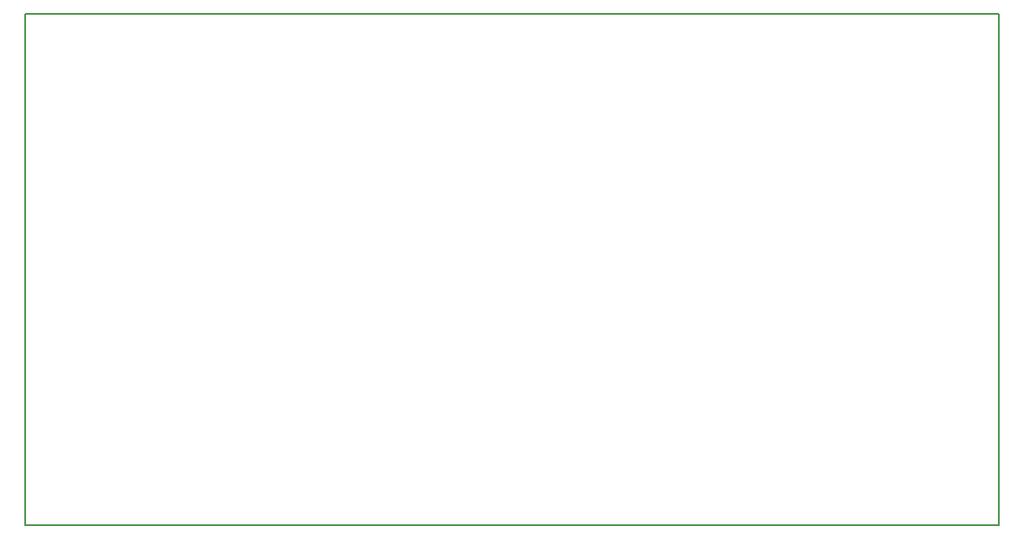
<source format=gbr>
G04 #@! TF.GenerationSoftware,KiCad,Pcbnew,5.0.2-bee76a0~70~ubuntu18.04.1*
G04 #@! TF.CreationDate,2018-12-12T17:35:25-08:00*
G04 #@! TF.ProjectId,NRF52832_Reference,4e524635-3238-4333-925f-526566657265,rev?*
G04 #@! TF.SameCoordinates,Original*
G04 #@! TF.FileFunction,Profile,NP*
%FSLAX46Y46*%
G04 Gerber Fmt 4.6, Leading zero omitted, Abs format (unit mm)*
G04 Created by KiCad (PCBNEW 5.0.2-bee76a0~70~ubuntu18.04.1) date Wed 12 Dec 2018 05:35:25 PM PST*
%MOMM*%
%LPD*%
G01*
G04 APERTURE LIST*
%ADD10C,0.150000*%
G04 APERTURE END LIST*
D10*
X188712800Y-74085600D02*
X188712800Y-124085600D01*
X93712800Y-74085600D02*
X188712800Y-74085600D01*
X93712800Y-124085600D02*
X93712800Y-74085600D01*
X188712800Y-124085600D02*
X93712800Y-124085600D01*
M02*

</source>
